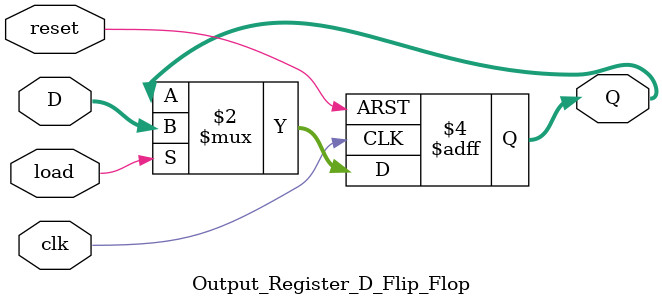
<source format=v>
module Output_Register_D_Flip_Flop(clk, reset, load, D, Q);
	input clk, reset, load;
	input [37 : 0]D;
	output reg [37 : 0]Q;

always @(posedge clk, posedge reset)begin
   if(reset)
      Q <= 0;
   else begin
      if(load)
         Q <= D;
   end
end

endmodule

</source>
